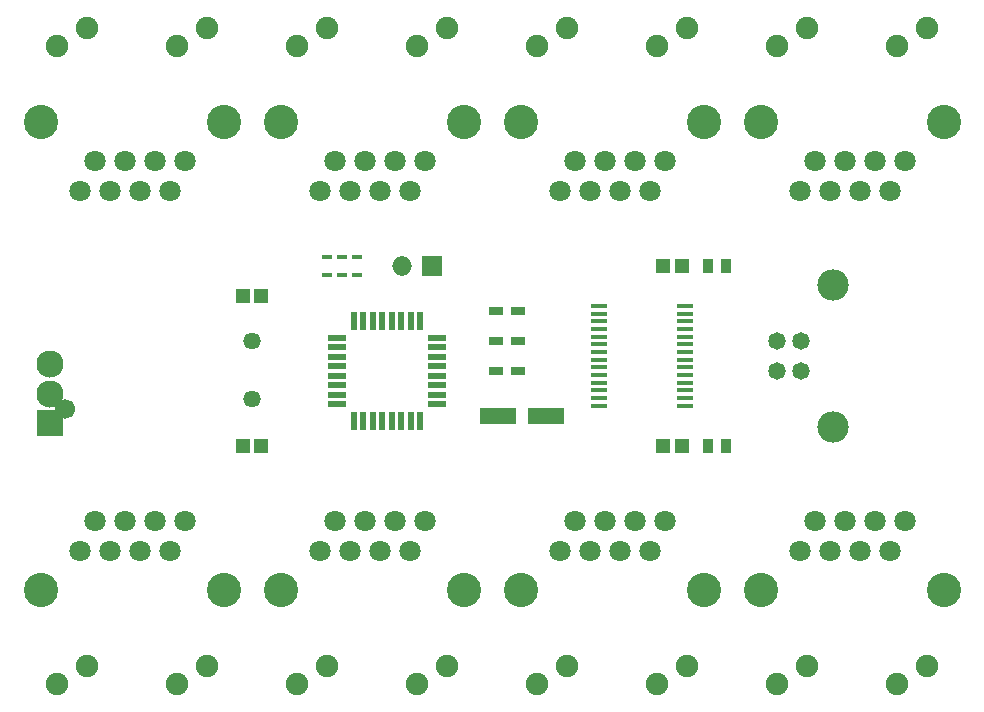
<source format=gbr>
G04 #@! TF.FileFunction,Soldermask,Top*
%FSLAX46Y46*%
G04 Gerber Fmt 4.6, Leading zero omitted, Abs format (unit mm)*
G04 Created by KiCad (PCBNEW 4.0.5) date 2017 May 26, Friday 10:14:16*
%MOMM*%
%LPD*%
G01*
G04 APERTURE LIST*
%ADD10C,0.100000*%
%ADD11R,1.200000X1.150000*%
%ADD12R,3.160000X1.460000*%
%ADD13R,1.160000X0.710000*%
%ADD14R,1.200000X1.200000*%
%ADD15R,1.357000X0.308000*%
%ADD16C,1.480000*%
%ADD17C,2.660000*%
%ADD18R,0.860000X0.460000*%
%ADD19R,0.900000X1.300000*%
%ADD20C,1.460000*%
%ADD21R,1.560000X0.510000*%
%ADD22R,0.510000X1.560000*%
%ADD23R,1.660000X1.660000*%
%ADD24O,1.660000X1.660000*%
%ADD25C,1.800000*%
%ADD26C,2.900000*%
%ADD27C,1.900000*%
%ADD28R,2.300000X2.300000*%
%ADD29C,2.300000*%
%ADD30C,1.700000*%
G04 APERTURE END LIST*
D10*
D11*
X89650000Y-55880000D03*
X88150000Y-55880000D03*
X89650000Y-68580000D03*
X88150000Y-68580000D03*
D12*
X113760000Y-66040000D03*
X109760000Y-66040000D03*
D13*
X111440000Y-62230000D03*
X109540000Y-62230000D03*
X111440000Y-59690000D03*
X109540000Y-59690000D03*
X111440000Y-57150000D03*
X109540000Y-57150000D03*
D14*
X125260000Y-68580000D03*
X123660000Y-68580000D03*
X125260000Y-53340000D03*
X123660000Y-53340000D03*
D15*
X118264000Y-65185000D03*
X118264000Y-64535000D03*
X118264000Y-63885000D03*
X118264000Y-63235000D03*
X118264000Y-62585000D03*
X118264000Y-61935000D03*
X118264000Y-61285000D03*
X118264000Y-59985000D03*
X118264000Y-60635000D03*
X118264000Y-59335000D03*
X118264000Y-58685000D03*
X118264000Y-58035000D03*
X118264000Y-57385000D03*
X118264000Y-56735000D03*
X125576000Y-65185000D03*
X125576000Y-64535000D03*
X125576000Y-63885000D03*
X125576000Y-63235000D03*
X125576000Y-62585000D03*
X125576000Y-61935000D03*
X125576000Y-61285000D03*
X125576000Y-60635000D03*
X125576000Y-59985000D03*
X125576000Y-59335000D03*
X125576000Y-58685000D03*
X125576000Y-58035000D03*
X125576000Y-57385000D03*
X125576000Y-56735000D03*
D16*
X133350000Y-62230000D03*
X133350000Y-59690000D03*
X135350000Y-59690000D03*
X135350000Y-62230000D03*
D17*
X138050000Y-66960000D03*
X138050000Y-54960000D03*
D18*
X96520000Y-52590000D03*
X96520000Y-54090000D03*
X95250000Y-52590000D03*
X95250000Y-54090000D03*
X97790000Y-52590000D03*
X97790000Y-54090000D03*
D19*
X129020000Y-68580000D03*
X127520000Y-68580000D03*
X127520000Y-53340000D03*
X129020000Y-53340000D03*
D20*
X88900000Y-59690000D03*
X88900000Y-64570000D03*
D21*
X96080000Y-59430000D03*
X96080000Y-60230000D03*
X96080000Y-61030000D03*
X96080000Y-61830000D03*
X96080000Y-62630000D03*
X96080000Y-63430000D03*
X96080000Y-64230000D03*
X96080000Y-65030000D03*
D22*
X97530000Y-66480000D03*
X98330000Y-66480000D03*
X99130000Y-66480000D03*
X99930000Y-66480000D03*
X100730000Y-66480000D03*
X101530000Y-66480000D03*
X102330000Y-66480000D03*
X103130000Y-66480000D03*
D21*
X104580000Y-65030000D03*
X104580000Y-64230000D03*
X104580000Y-63430000D03*
X104580000Y-62630000D03*
X104580000Y-61830000D03*
X104580000Y-61030000D03*
X104580000Y-60230000D03*
X104580000Y-59430000D03*
D22*
X103130000Y-57980000D03*
X102330000Y-57980000D03*
X101530000Y-57980000D03*
X100730000Y-57980000D03*
X99930000Y-57980000D03*
X99130000Y-57980000D03*
X98330000Y-57980000D03*
X97530000Y-57980000D03*
D23*
X104140000Y-53340000D03*
D24*
X101600000Y-53340000D03*
D25*
X80645000Y-44440000D03*
X83185000Y-44440000D03*
X81915000Y-46980000D03*
X79375000Y-46980000D03*
X78105000Y-44440000D03*
X76835000Y-46980000D03*
X75565000Y-44440000D03*
X74295000Y-46980000D03*
D26*
X86490000Y-41150000D03*
X70990000Y-41150000D03*
D27*
X74955000Y-33200000D03*
X72415000Y-34720000D03*
X85065000Y-33200000D03*
X82525000Y-34720000D03*
D25*
X100965000Y-44440000D03*
X103505000Y-44440000D03*
X102235000Y-46980000D03*
X99695000Y-46980000D03*
X98425000Y-44440000D03*
X97155000Y-46980000D03*
X95885000Y-44440000D03*
X94615000Y-46980000D03*
D26*
X106810000Y-41150000D03*
X91310000Y-41150000D03*
D27*
X95275000Y-33200000D03*
X92735000Y-34720000D03*
X105385000Y-33200000D03*
X102845000Y-34720000D03*
D25*
X121285000Y-44440000D03*
X123825000Y-44440000D03*
X122555000Y-46980000D03*
X120015000Y-46980000D03*
X118745000Y-44440000D03*
X117475000Y-46980000D03*
X116205000Y-44440000D03*
X114935000Y-46980000D03*
D26*
X127130000Y-41150000D03*
X111630000Y-41150000D03*
D27*
X115595000Y-33200000D03*
X113055000Y-34720000D03*
X125705000Y-33200000D03*
X123165000Y-34720000D03*
D25*
X141605000Y-44440000D03*
X144145000Y-44440000D03*
X142875000Y-46980000D03*
X140335000Y-46980000D03*
X139065000Y-44440000D03*
X137795000Y-46980000D03*
X136525000Y-44440000D03*
X135255000Y-46980000D03*
D26*
X147450000Y-41150000D03*
X131950000Y-41150000D03*
D27*
X135915000Y-33200000D03*
X133375000Y-34720000D03*
X146025000Y-33200000D03*
X143485000Y-34720000D03*
D25*
X76835000Y-77480000D03*
X74295000Y-77480000D03*
X75565000Y-74940000D03*
X78105000Y-74940000D03*
X79375000Y-77480000D03*
X80645000Y-74940000D03*
X81915000Y-77480000D03*
X83185000Y-74940000D03*
D26*
X70990000Y-80770000D03*
X86490000Y-80770000D03*
D27*
X82525000Y-88720000D03*
X85065000Y-87200000D03*
X72415000Y-88720000D03*
X74955000Y-87200000D03*
D25*
X97155000Y-77480000D03*
X94615000Y-77480000D03*
X95885000Y-74940000D03*
X98425000Y-74940000D03*
X99695000Y-77480000D03*
X100965000Y-74940000D03*
X102235000Y-77480000D03*
X103505000Y-74940000D03*
D26*
X91310000Y-80770000D03*
X106810000Y-80770000D03*
D27*
X102845000Y-88720000D03*
X105385000Y-87200000D03*
X92735000Y-88720000D03*
X95275000Y-87200000D03*
D25*
X117475000Y-77480000D03*
X114935000Y-77480000D03*
X116205000Y-74940000D03*
X118745000Y-74940000D03*
X120015000Y-77480000D03*
X121285000Y-74940000D03*
X122555000Y-77480000D03*
X123825000Y-74940000D03*
D26*
X111630000Y-80770000D03*
X127130000Y-80770000D03*
D27*
X123165000Y-88720000D03*
X125705000Y-87200000D03*
X113055000Y-88720000D03*
X115595000Y-87200000D03*
D25*
X137795000Y-77480000D03*
X135255000Y-77480000D03*
X136525000Y-74940000D03*
X139065000Y-74940000D03*
X140335000Y-77480000D03*
X141605000Y-74940000D03*
X142875000Y-77480000D03*
X144145000Y-74940000D03*
D26*
X131950000Y-80770000D03*
X147450000Y-80770000D03*
D27*
X143485000Y-88720000D03*
X146025000Y-87200000D03*
X133375000Y-88720000D03*
X135915000Y-87200000D03*
D28*
X71755000Y-66675000D03*
D29*
X71755000Y-64175000D03*
X71755000Y-61675000D03*
D30*
X73095000Y-65425000D03*
M02*

</source>
